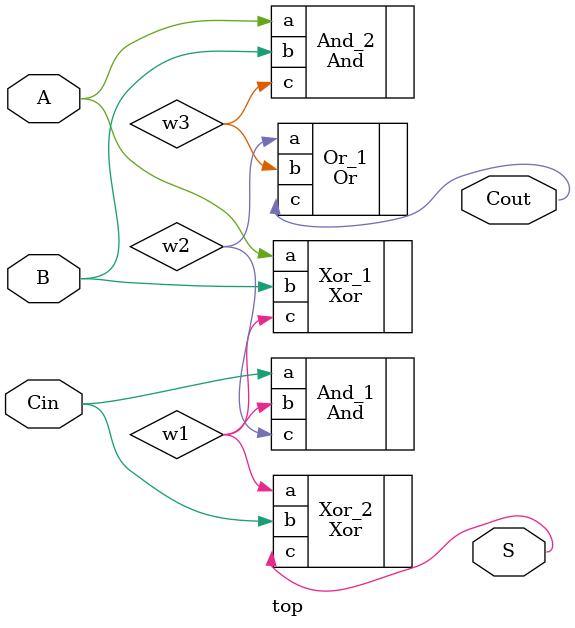
<source format=v>
module top(A,B,Cin,S,Cout);
	input A,B,Cin;
	output S,Cout;

	wire w1, s2, w3;

Xor Xor_1(.a(A), .b(B), .c(w1));
Xor Xor_2(.a(w1), .b(Cin), .c(S));
And And_1(.a(Cin), .b(w1), .c(w2));
And And_2(.a(A), .b(B), .c(w3));
Or Or_1(.a(w2), .b(w3), .c(Cout));

endmodule

</source>
